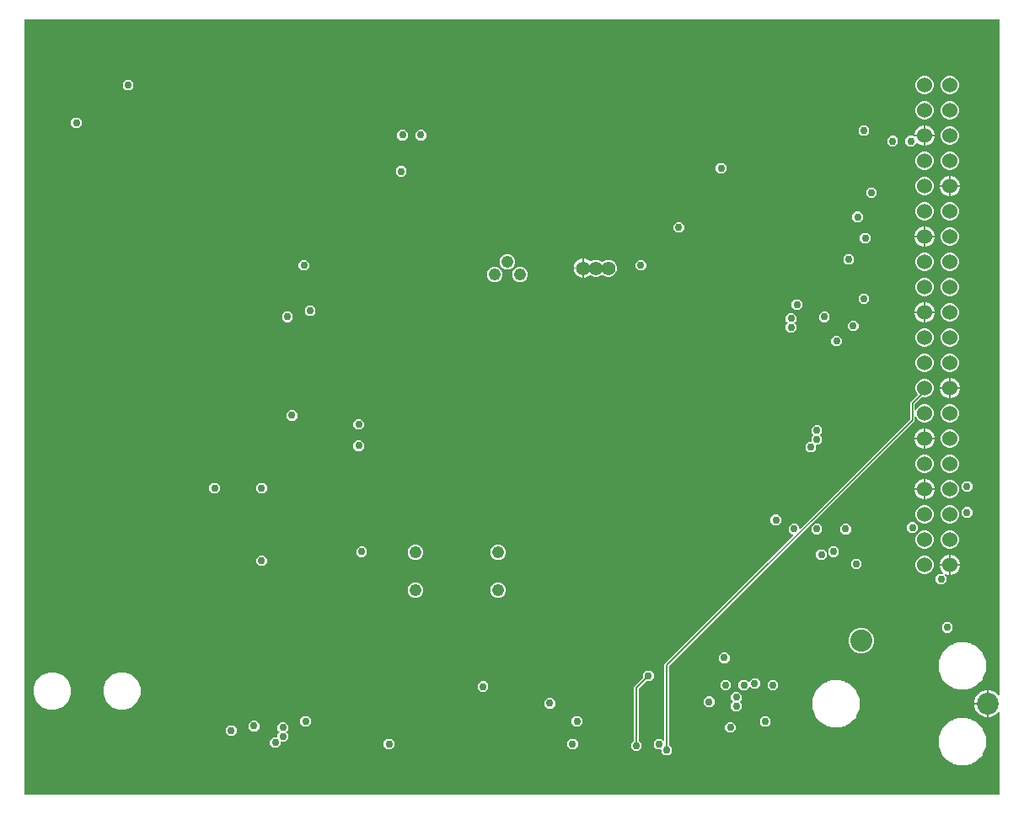
<source format=gbr>
G04 EAGLE Gerber RS-274X export*
G75*
%MOMM*%
%FSLAX34Y34*%
%LPD*%
%INCopper Layer 2*%
%IPPOS*%
%AMOC8*
5,1,8,0,0,1.08239X$1,22.5*%
G01*
G04 Define Apertures*
%ADD10C,1.238000*%
%ADD11C,2.190000*%
%ADD12C,2.220000*%
%ADD13C,1.388000*%
%ADD14C,1.529984*%
%ADD15C,0.756400*%
%ADD16C,0.152400*%
G36*
X989375Y10220D02*
X989625Y10392D01*
X989789Y10647D01*
X989840Y10922D01*
X989840Y92623D01*
X989780Y92920D01*
X989608Y93170D01*
X989353Y93333D01*
X989054Y93384D01*
X988759Y93314D01*
X988539Y93161D01*
X985542Y90164D01*
X980583Y88110D01*
X978662Y88110D01*
X978662Y115090D01*
X980583Y115090D01*
X985542Y113036D01*
X988539Y110039D01*
X988792Y109871D01*
X989090Y109815D01*
X989386Y109881D01*
X989634Y110056D01*
X989793Y110314D01*
X989840Y110577D01*
X989840Y789078D01*
X989780Y789375D01*
X989608Y789625D01*
X989353Y789789D01*
X989078Y789840D01*
X10922Y789840D01*
X10625Y789780D01*
X10375Y789608D01*
X10211Y789353D01*
X10160Y789078D01*
X10160Y10922D01*
X10220Y10625D01*
X10392Y10375D01*
X10647Y10211D01*
X10922Y10160D01*
X989078Y10160D01*
X989375Y10220D01*
G37*
%LPC*%
G36*
X937975Y714726D02*
X934603Y716123D01*
X932023Y718703D01*
X930626Y722075D01*
X930626Y725725D01*
X932023Y729097D01*
X934603Y731677D01*
X937975Y733074D01*
X941625Y733074D01*
X944997Y731677D01*
X947577Y729097D01*
X948974Y725725D01*
X948974Y722075D01*
X947577Y718703D01*
X944997Y716123D01*
X941625Y714726D01*
X937975Y714726D01*
G37*
G36*
X912575Y714726D02*
X909203Y716123D01*
X906623Y718703D01*
X905226Y722075D01*
X905226Y725725D01*
X906623Y729097D01*
X909203Y731677D01*
X912575Y733074D01*
X916225Y733074D01*
X919597Y731677D01*
X922177Y729097D01*
X923574Y725725D01*
X923574Y722075D01*
X922177Y718703D01*
X919597Y716123D01*
X916225Y714726D01*
X912575Y714726D01*
G37*
G36*
X112102Y718594D02*
X108994Y721702D01*
X108994Y726098D01*
X112102Y729206D01*
X116498Y729206D01*
X119606Y726098D01*
X119606Y721702D01*
X116498Y718594D01*
X112102Y718594D01*
G37*
G36*
X937975Y689326D02*
X934603Y690723D01*
X932023Y693303D01*
X930626Y696675D01*
X930626Y700325D01*
X932023Y703697D01*
X934603Y706277D01*
X937975Y707674D01*
X941625Y707674D01*
X944997Y706277D01*
X947577Y703697D01*
X948974Y700325D01*
X948974Y696675D01*
X947577Y693303D01*
X944997Y690723D01*
X941625Y689326D01*
X937975Y689326D01*
G37*
G36*
X912575Y689326D02*
X909203Y690723D01*
X906623Y693303D01*
X905226Y696675D01*
X905226Y700325D01*
X906623Y703697D01*
X909203Y706277D01*
X912575Y707674D01*
X916225Y707674D01*
X919597Y706277D01*
X922177Y703697D01*
X923574Y700325D01*
X923574Y696675D01*
X922177Y693303D01*
X919597Y690723D01*
X916225Y689326D01*
X912575Y689326D01*
G37*
G36*
X60286Y680494D02*
X57178Y683602D01*
X57178Y687998D01*
X60286Y691106D01*
X64682Y691106D01*
X67790Y687998D01*
X67790Y683602D01*
X64682Y680494D01*
X60286Y680494D01*
G37*
G36*
X851242Y672874D02*
X848134Y675982D01*
X848134Y680378D01*
X851242Y683486D01*
X855638Y683486D01*
X858746Y680378D01*
X858746Y675982D01*
X855638Y672874D01*
X851242Y672874D01*
G37*
G36*
X904210Y673862D02*
X904210Y675127D01*
X905761Y678872D01*
X908628Y681739D01*
X912373Y683290D01*
X913638Y683290D01*
X913638Y673862D01*
X904210Y673862D01*
G37*
G36*
X915162Y673862D02*
X915162Y683290D01*
X916427Y683290D01*
X920172Y681739D01*
X923039Y678872D01*
X924590Y675127D01*
X924590Y673862D01*
X915162Y673862D01*
G37*
G36*
X937975Y663926D02*
X934603Y665323D01*
X932023Y667903D01*
X930626Y671275D01*
X930626Y674925D01*
X932023Y678297D01*
X934603Y680877D01*
X937975Y682274D01*
X941625Y682274D01*
X944997Y680877D01*
X947577Y678297D01*
X948974Y674925D01*
X948974Y671275D01*
X947577Y667903D01*
X944997Y665323D01*
X941625Y663926D01*
X937975Y663926D01*
G37*
G36*
X406234Y668302D02*
X403126Y671410D01*
X403126Y675806D01*
X406234Y678914D01*
X410630Y678914D01*
X413738Y675806D01*
X413738Y671410D01*
X410630Y668302D01*
X406234Y668302D01*
G37*
G36*
X387946Y668302D02*
X384838Y671410D01*
X384838Y675806D01*
X387946Y678914D01*
X392342Y678914D01*
X395450Y675806D01*
X395450Y671410D01*
X392342Y668302D01*
X387946Y668302D01*
G37*
G36*
X898486Y662206D02*
X895378Y665314D01*
X895378Y669710D01*
X898486Y672818D01*
X902882Y672818D01*
X902909Y672791D01*
X903162Y672623D01*
X903460Y672567D01*
X903756Y672633D01*
X903829Y672684D01*
X903829Y672338D01*
X913638Y672338D01*
X913638Y662910D01*
X912373Y662910D01*
X908628Y664461D01*
X907291Y665798D01*
X907038Y665966D01*
X906740Y666022D01*
X906444Y665956D01*
X906196Y665781D01*
X906037Y665523D01*
X906002Y665326D01*
X902882Y662206D01*
X898486Y662206D01*
G37*
G36*
X880198Y662206D02*
X877090Y665314D01*
X877090Y669710D01*
X880198Y672818D01*
X884594Y672818D01*
X887702Y669710D01*
X887702Y665314D01*
X884594Y662206D01*
X880198Y662206D01*
G37*
G36*
X915162Y662910D02*
X915162Y672338D01*
X924590Y672338D01*
X924590Y671073D01*
X923039Y667328D01*
X920172Y664461D01*
X916427Y662910D01*
X915162Y662910D01*
G37*
G36*
X912575Y638526D02*
X909203Y639923D01*
X906623Y642503D01*
X905226Y645875D01*
X905226Y649525D01*
X906623Y652897D01*
X909203Y655477D01*
X912575Y656874D01*
X916225Y656874D01*
X919597Y655477D01*
X922177Y652897D01*
X923574Y649525D01*
X923574Y645875D01*
X922177Y642503D01*
X919597Y639923D01*
X916225Y638526D01*
X912575Y638526D01*
G37*
G36*
X937975Y638526D02*
X934603Y639923D01*
X932023Y642503D01*
X930626Y645875D01*
X930626Y649525D01*
X932023Y652897D01*
X934603Y655477D01*
X937975Y656874D01*
X941625Y656874D01*
X944997Y655477D01*
X947577Y652897D01*
X948974Y649525D01*
X948974Y645875D01*
X947577Y642503D01*
X944997Y639923D01*
X941625Y638526D01*
X937975Y638526D01*
G37*
G36*
X707986Y634774D02*
X704878Y637882D01*
X704878Y642278D01*
X707986Y645386D01*
X712382Y645386D01*
X715490Y642278D01*
X715490Y637882D01*
X712382Y634774D01*
X707986Y634774D01*
G37*
G36*
X386422Y631726D02*
X383314Y634834D01*
X383314Y639230D01*
X386422Y642338D01*
X390818Y642338D01*
X393926Y639230D01*
X393926Y634834D01*
X390818Y631726D01*
X386422Y631726D01*
G37*
G36*
X929610Y623062D02*
X929610Y624327D01*
X931161Y628072D01*
X934028Y630939D01*
X937773Y632490D01*
X939038Y632490D01*
X939038Y623062D01*
X929610Y623062D01*
G37*
G36*
X940562Y623062D02*
X940562Y632490D01*
X941827Y632490D01*
X945572Y630939D01*
X948439Y628072D01*
X949990Y624327D01*
X949990Y623062D01*
X940562Y623062D01*
G37*
G36*
X912575Y613126D02*
X909203Y614523D01*
X906623Y617103D01*
X905226Y620475D01*
X905226Y624125D01*
X906623Y627497D01*
X909203Y630077D01*
X912575Y631474D01*
X916225Y631474D01*
X919597Y630077D01*
X922177Y627497D01*
X923574Y624125D01*
X923574Y620475D01*
X922177Y617103D01*
X919597Y614523D01*
X916225Y613126D01*
X912575Y613126D01*
G37*
G36*
X940562Y612110D02*
X940562Y621538D01*
X949990Y621538D01*
X949990Y620273D01*
X948439Y616528D01*
X945572Y613661D01*
X941827Y612110D01*
X940562Y612110D01*
G37*
G36*
X937773Y612110D02*
X934028Y613661D01*
X931161Y616528D01*
X929610Y620273D01*
X929610Y621538D01*
X939038Y621538D01*
X939038Y612110D01*
X937773Y612110D01*
G37*
G36*
X858862Y610390D02*
X855754Y613498D01*
X855754Y617894D01*
X858862Y621002D01*
X863258Y621002D01*
X866366Y617894D01*
X866366Y613498D01*
X863258Y610390D01*
X858862Y610390D01*
G37*
G36*
X937975Y587726D02*
X934603Y589123D01*
X932023Y591703D01*
X930626Y595075D01*
X930626Y598725D01*
X932023Y602097D01*
X934603Y604677D01*
X937975Y606074D01*
X941625Y606074D01*
X944997Y604677D01*
X947577Y602097D01*
X948974Y598725D01*
X948974Y595075D01*
X947577Y591703D01*
X944997Y589123D01*
X941625Y587726D01*
X937975Y587726D01*
G37*
G36*
X912575Y587726D02*
X909203Y589123D01*
X906623Y591703D01*
X905226Y595075D01*
X905226Y598725D01*
X906623Y602097D01*
X909203Y604677D01*
X912575Y606074D01*
X916225Y606074D01*
X919597Y604677D01*
X922177Y602097D01*
X923574Y598725D01*
X923574Y595075D01*
X922177Y591703D01*
X919597Y589123D01*
X916225Y587726D01*
X912575Y587726D01*
G37*
G36*
X845146Y586006D02*
X842038Y589114D01*
X842038Y593510D01*
X845146Y596618D01*
X849542Y596618D01*
X852650Y593510D01*
X852650Y589114D01*
X849542Y586006D01*
X845146Y586006D01*
G37*
G36*
X665314Y575338D02*
X662206Y578446D01*
X662206Y582842D01*
X665314Y585950D01*
X669710Y585950D01*
X672818Y582842D01*
X672818Y578446D01*
X669710Y575338D01*
X665314Y575338D01*
G37*
G36*
X915162Y572262D02*
X915162Y581690D01*
X916427Y581690D01*
X920172Y580139D01*
X923039Y577272D01*
X924590Y573527D01*
X924590Y572262D01*
X915162Y572262D01*
G37*
G36*
X904210Y572262D02*
X904210Y573527D01*
X905761Y577272D01*
X908628Y580139D01*
X912373Y581690D01*
X913638Y581690D01*
X913638Y572262D01*
X904210Y572262D01*
G37*
G36*
X937975Y562326D02*
X934603Y563723D01*
X932023Y566303D01*
X930626Y569675D01*
X930626Y573325D01*
X932023Y576697D01*
X934603Y579277D01*
X937975Y580674D01*
X941625Y580674D01*
X944997Y579277D01*
X947577Y576697D01*
X948974Y573325D01*
X948974Y569675D01*
X947577Y566303D01*
X944997Y563723D01*
X941625Y562326D01*
X937975Y562326D01*
G37*
G36*
X852766Y564670D02*
X849658Y567778D01*
X849658Y572174D01*
X852766Y575282D01*
X857162Y575282D01*
X860270Y572174D01*
X860270Y567778D01*
X857162Y564670D01*
X852766Y564670D01*
G37*
G36*
X915162Y561310D02*
X915162Y570738D01*
X924590Y570738D01*
X924590Y569473D01*
X923039Y565728D01*
X920172Y562861D01*
X916427Y561310D01*
X915162Y561310D01*
G37*
G36*
X912373Y561310D02*
X908628Y562861D01*
X905761Y565728D01*
X904210Y569473D01*
X904210Y570738D01*
X913638Y570738D01*
X913638Y561310D01*
X912373Y561310D01*
G37*
G36*
X937975Y536926D02*
X934603Y538323D01*
X932023Y540903D01*
X930626Y544275D01*
X930626Y547925D01*
X932023Y551297D01*
X934603Y553877D01*
X937975Y555274D01*
X941625Y555274D01*
X944997Y553877D01*
X947577Y551297D01*
X948974Y547925D01*
X948974Y544275D01*
X947577Y540903D01*
X944997Y538323D01*
X941625Y536926D01*
X937975Y536926D01*
G37*
G36*
X912575Y536926D02*
X909203Y538323D01*
X906623Y540903D01*
X905226Y544275D01*
X905226Y547925D01*
X906623Y551297D01*
X909203Y553877D01*
X912575Y555274D01*
X916225Y555274D01*
X919597Y553877D01*
X922177Y551297D01*
X923574Y547925D01*
X923574Y544275D01*
X922177Y540903D01*
X919597Y538323D01*
X916225Y536926D01*
X912575Y536926D01*
G37*
G36*
X836002Y543334D02*
X832894Y546442D01*
X832894Y550838D01*
X836002Y553946D01*
X840398Y553946D01*
X843506Y550838D01*
X843506Y546442D01*
X840398Y543334D01*
X836002Y543334D01*
G37*
G36*
X493766Y538386D02*
X490930Y539560D01*
X488760Y541730D01*
X487586Y544566D01*
X487586Y547634D01*
X488760Y550470D01*
X490930Y552640D01*
X493766Y553814D01*
X496834Y553814D01*
X499670Y552640D01*
X501840Y550470D01*
X503014Y547634D01*
X503014Y544566D01*
X501840Y541730D01*
X499670Y539560D01*
X496834Y538386D01*
X493766Y538386D01*
G37*
G36*
X562020Y540462D02*
X562020Y541586D01*
X563463Y545070D01*
X566130Y547737D01*
X569614Y549180D01*
X570738Y549180D01*
X570738Y540462D01*
X562020Y540462D01*
G37*
G36*
X572262Y530220D02*
X572262Y549180D01*
X573386Y549180D01*
X576870Y547737D01*
X578030Y546577D01*
X578282Y546410D01*
X578581Y546354D01*
X578877Y546419D01*
X579107Y546577D01*
X579406Y546875D01*
X582516Y548164D01*
X585884Y548164D01*
X588994Y546875D01*
X590011Y545859D01*
X590264Y545691D01*
X590562Y545636D01*
X590858Y545701D01*
X591089Y545859D01*
X592106Y546875D01*
X595216Y548164D01*
X598584Y548164D01*
X601694Y546875D01*
X604075Y544494D01*
X605364Y541384D01*
X605364Y538016D01*
X604075Y534906D01*
X601694Y532525D01*
X598584Y531236D01*
X595216Y531236D01*
X592106Y532525D01*
X591089Y533541D01*
X590836Y533709D01*
X590538Y533764D01*
X590242Y533699D01*
X590011Y533541D01*
X588994Y532525D01*
X585884Y531236D01*
X582516Y531236D01*
X579406Y532525D01*
X579107Y532823D01*
X578854Y532990D01*
X578556Y533046D01*
X578260Y532981D01*
X578030Y532823D01*
X576870Y531663D01*
X573386Y530220D01*
X572262Y530220D01*
G37*
G36*
X288886Y537238D02*
X285778Y540346D01*
X285778Y544742D01*
X288886Y547850D01*
X293282Y547850D01*
X296390Y544742D01*
X296390Y540346D01*
X293282Y537238D01*
X288886Y537238D01*
G37*
G36*
X627214Y537238D02*
X624106Y540346D01*
X624106Y544742D01*
X627214Y547850D01*
X631610Y547850D01*
X634718Y544742D01*
X634718Y540346D01*
X631610Y537238D01*
X627214Y537238D01*
G37*
G36*
X481066Y525686D02*
X478230Y526860D01*
X476060Y529030D01*
X474886Y531866D01*
X474886Y534934D01*
X476060Y537770D01*
X478230Y539940D01*
X481066Y541114D01*
X484134Y541114D01*
X486970Y539940D01*
X489140Y537770D01*
X490314Y534934D01*
X490314Y531866D01*
X489140Y529030D01*
X486970Y526860D01*
X484134Y525686D01*
X481066Y525686D01*
G37*
G36*
X506466Y525686D02*
X503630Y526860D01*
X501460Y529030D01*
X500286Y531866D01*
X500286Y534934D01*
X501460Y537770D01*
X503630Y539940D01*
X506466Y541114D01*
X509534Y541114D01*
X512370Y539940D01*
X514540Y537770D01*
X515714Y534934D01*
X515714Y531866D01*
X514540Y529030D01*
X512370Y526860D01*
X509534Y525686D01*
X506466Y525686D01*
G37*
G36*
X569614Y530220D02*
X566130Y531663D01*
X563463Y534330D01*
X562020Y537814D01*
X562020Y538938D01*
X570738Y538938D01*
X570738Y530220D01*
X569614Y530220D01*
G37*
G36*
X937975Y511526D02*
X934603Y512923D01*
X932023Y515503D01*
X930626Y518875D01*
X930626Y522525D01*
X932023Y525897D01*
X934603Y528477D01*
X937975Y529874D01*
X941625Y529874D01*
X944997Y528477D01*
X947577Y525897D01*
X948974Y522525D01*
X948974Y518875D01*
X947577Y515503D01*
X944997Y512923D01*
X941625Y511526D01*
X937975Y511526D01*
G37*
G36*
X912575Y511526D02*
X909203Y512923D01*
X906623Y515503D01*
X905226Y518875D01*
X905226Y522525D01*
X906623Y525897D01*
X909203Y528477D01*
X912575Y529874D01*
X916225Y529874D01*
X919597Y528477D01*
X922177Y525897D01*
X923574Y522525D01*
X923574Y518875D01*
X922177Y515503D01*
X919597Y512923D01*
X916225Y511526D01*
X912575Y511526D01*
G37*
G36*
X851242Y503710D02*
X848134Y506818D01*
X848134Y511214D01*
X851242Y514322D01*
X855638Y514322D01*
X858746Y511214D01*
X858746Y506818D01*
X855638Y503710D01*
X851242Y503710D01*
G37*
G36*
X784186Y497614D02*
X781078Y500722D01*
X781078Y505118D01*
X784186Y508226D01*
X788582Y508226D01*
X791690Y505118D01*
X791690Y500722D01*
X788582Y497614D01*
X784186Y497614D01*
G37*
G36*
X904210Y496062D02*
X904210Y497327D01*
X905761Y501072D01*
X908628Y503939D01*
X912373Y505490D01*
X913638Y505490D01*
X913638Y496062D01*
X904210Y496062D01*
G37*
G36*
X915162Y496062D02*
X915162Y505490D01*
X916427Y505490D01*
X920172Y503939D01*
X923039Y501072D01*
X924590Y497327D01*
X924590Y496062D01*
X915162Y496062D01*
G37*
G36*
X937975Y486126D02*
X934603Y487523D01*
X932023Y490103D01*
X930626Y493475D01*
X930626Y497125D01*
X932023Y500497D01*
X934603Y503077D01*
X937975Y504474D01*
X941625Y504474D01*
X944997Y503077D01*
X947577Y500497D01*
X948974Y497125D01*
X948974Y493475D01*
X947577Y490103D01*
X944997Y487523D01*
X941625Y486126D01*
X937975Y486126D01*
G37*
G36*
X294982Y491518D02*
X291874Y494626D01*
X291874Y499022D01*
X294982Y502130D01*
X299378Y502130D01*
X302486Y499022D01*
X302486Y494626D01*
X299378Y491518D01*
X294982Y491518D01*
G37*
G36*
X811618Y485422D02*
X808510Y488530D01*
X808510Y492926D01*
X811618Y496034D01*
X816014Y496034D01*
X819122Y492926D01*
X819122Y488530D01*
X816014Y485422D01*
X811618Y485422D01*
G37*
G36*
X272122Y485422D02*
X269014Y488530D01*
X269014Y492926D01*
X272122Y496034D01*
X276518Y496034D01*
X279626Y492926D01*
X279626Y488530D01*
X276518Y485422D01*
X272122Y485422D01*
G37*
G36*
X915162Y485110D02*
X915162Y494538D01*
X924590Y494538D01*
X924590Y493273D01*
X923039Y489528D01*
X920172Y486661D01*
X916427Y485110D01*
X915162Y485110D01*
G37*
G36*
X912373Y485110D02*
X908628Y486661D01*
X905761Y489528D01*
X904210Y493273D01*
X904210Y494538D01*
X913638Y494538D01*
X913638Y485110D01*
X912373Y485110D01*
G37*
G36*
X778090Y474754D02*
X774982Y477862D01*
X774982Y482258D01*
X776817Y484093D01*
X776985Y484346D01*
X777040Y484644D01*
X776975Y484940D01*
X776817Y485171D01*
X774982Y487006D01*
X774982Y491402D01*
X778090Y494510D01*
X782486Y494510D01*
X785594Y491402D01*
X785594Y487006D01*
X783759Y485171D01*
X783591Y484918D01*
X783536Y484620D01*
X783601Y484324D01*
X783759Y484093D01*
X785594Y482258D01*
X785594Y477862D01*
X782486Y474754D01*
X778090Y474754D01*
G37*
G36*
X840574Y476278D02*
X837466Y479386D01*
X837466Y483782D01*
X840574Y486890D01*
X844970Y486890D01*
X848078Y483782D01*
X848078Y479386D01*
X844970Y476278D01*
X840574Y476278D01*
G37*
G36*
X937975Y460726D02*
X934603Y462123D01*
X932023Y464703D01*
X930626Y468075D01*
X930626Y471725D01*
X932023Y475097D01*
X934603Y477677D01*
X937975Y479074D01*
X941625Y479074D01*
X944997Y477677D01*
X947577Y475097D01*
X948974Y471725D01*
X948974Y468075D01*
X947577Y464703D01*
X944997Y462123D01*
X941625Y460726D01*
X937975Y460726D01*
G37*
G36*
X912575Y460726D02*
X909203Y462123D01*
X906623Y464703D01*
X905226Y468075D01*
X905226Y471725D01*
X906623Y475097D01*
X909203Y477677D01*
X912575Y479074D01*
X916225Y479074D01*
X919597Y477677D01*
X922177Y475097D01*
X923574Y471725D01*
X923574Y468075D01*
X922177Y464703D01*
X919597Y462123D01*
X916225Y460726D01*
X912575Y460726D01*
G37*
G36*
X823810Y461038D02*
X820702Y464146D01*
X820702Y468542D01*
X823810Y471650D01*
X828206Y471650D01*
X831314Y468542D01*
X831314Y464146D01*
X828206Y461038D01*
X823810Y461038D01*
G37*
G36*
X937975Y435326D02*
X934603Y436723D01*
X932023Y439303D01*
X930626Y442675D01*
X930626Y446325D01*
X932023Y449697D01*
X934603Y452277D01*
X937975Y453674D01*
X941625Y453674D01*
X944997Y452277D01*
X947577Y449697D01*
X948974Y446325D01*
X948974Y442675D01*
X947577Y439303D01*
X944997Y436723D01*
X941625Y435326D01*
X937975Y435326D01*
G37*
G36*
X912575Y435326D02*
X909203Y436723D01*
X906623Y439303D01*
X905226Y442675D01*
X905226Y446325D01*
X906623Y449697D01*
X909203Y452277D01*
X912575Y453674D01*
X916225Y453674D01*
X919597Y452277D01*
X922177Y449697D01*
X923574Y446325D01*
X923574Y442675D01*
X922177Y439303D01*
X919597Y436723D01*
X916225Y435326D01*
X912575Y435326D01*
G37*
G36*
X940562Y419862D02*
X940562Y429290D01*
X941827Y429290D01*
X945572Y427739D01*
X948439Y424872D01*
X949990Y421127D01*
X949990Y419862D01*
X940562Y419862D01*
G37*
G36*
X929610Y419862D02*
X929610Y421127D01*
X931161Y424872D01*
X934028Y427739D01*
X937773Y429290D01*
X939038Y429290D01*
X939038Y419862D01*
X929610Y419862D01*
G37*
G36*
X653122Y49558D02*
X650014Y52666D01*
X650014Y54892D01*
X649954Y55189D01*
X649782Y55439D01*
X649527Y55603D01*
X649252Y55654D01*
X645502Y55654D01*
X642394Y58762D01*
X642394Y63158D01*
X645502Y66266D01*
X649898Y66266D01*
X651733Y64431D01*
X651986Y64263D01*
X652284Y64208D01*
X652580Y64273D01*
X652828Y64448D01*
X652987Y64706D01*
X653034Y64969D01*
X653034Y141155D01*
X782640Y270761D01*
X782808Y271014D01*
X782863Y271312D01*
X782798Y271608D01*
X782623Y271856D01*
X782365Y272015D01*
X782101Y272062D01*
X781138Y272062D01*
X778030Y275170D01*
X778030Y279566D01*
X781138Y282674D01*
X785534Y282674D01*
X788642Y279566D01*
X788642Y278603D01*
X788702Y278305D01*
X788874Y278055D01*
X789129Y277892D01*
X789428Y277841D01*
X789723Y277911D01*
X789943Y278064D01*
X899699Y387820D01*
X899866Y388073D01*
X899922Y388359D01*
X899922Y404807D01*
X907282Y412167D01*
X907449Y412420D01*
X907505Y412718D01*
X907440Y413014D01*
X907282Y413244D01*
X906623Y413903D01*
X905226Y417275D01*
X905226Y420925D01*
X906623Y424297D01*
X909203Y426877D01*
X912575Y428274D01*
X916225Y428274D01*
X919597Y426877D01*
X922177Y424297D01*
X923574Y420925D01*
X923574Y417275D01*
X922177Y413903D01*
X919597Y411323D01*
X916225Y409926D01*
X912575Y409926D01*
X912290Y410044D01*
X911993Y410102D01*
X911696Y410039D01*
X911460Y409879D01*
X904717Y403136D01*
X904550Y402883D01*
X904494Y402597D01*
X904494Y397588D01*
X904554Y397291D01*
X904726Y397041D01*
X904981Y396878D01*
X905280Y396827D01*
X905575Y396896D01*
X905820Y397076D01*
X905960Y397297D01*
X906623Y398897D01*
X909203Y401477D01*
X912575Y402874D01*
X916225Y402874D01*
X919597Y401477D01*
X922177Y398897D01*
X923574Y395525D01*
X923574Y391875D01*
X922177Y388503D01*
X919597Y385923D01*
X916225Y384526D01*
X912575Y384526D01*
X909203Y385923D01*
X906623Y388503D01*
X905960Y390103D01*
X905791Y390355D01*
X905536Y390520D01*
X905238Y390574D01*
X904942Y390506D01*
X904696Y390329D01*
X904539Y390069D01*
X904494Y389812D01*
X904494Y386149D01*
X657829Y139484D01*
X657662Y139231D01*
X657606Y138945D01*
X657606Y60397D01*
X657666Y60100D01*
X657829Y59859D01*
X660626Y57062D01*
X660626Y52666D01*
X657518Y49558D01*
X653122Y49558D01*
G37*
G36*
X940562Y408910D02*
X940562Y418338D01*
X949990Y418338D01*
X949990Y417073D01*
X948439Y413328D01*
X945572Y410461D01*
X941827Y408910D01*
X940562Y408910D01*
G37*
G36*
X937773Y408910D02*
X934028Y410461D01*
X931161Y413328D01*
X929610Y417073D01*
X929610Y418338D01*
X939038Y418338D01*
X939038Y408910D01*
X937773Y408910D01*
G37*
G36*
X937975Y384526D02*
X934603Y385923D01*
X932023Y388503D01*
X930626Y391875D01*
X930626Y395525D01*
X932023Y398897D01*
X934603Y401477D01*
X937975Y402874D01*
X941625Y402874D01*
X944997Y401477D01*
X947577Y398897D01*
X948974Y395525D01*
X948974Y391875D01*
X947577Y388503D01*
X944997Y385923D01*
X941625Y384526D01*
X937975Y384526D01*
G37*
G36*
X276694Y386362D02*
X273586Y389470D01*
X273586Y393866D01*
X276694Y396974D01*
X281090Y396974D01*
X284198Y393866D01*
X284198Y389470D01*
X281090Y386362D01*
X276694Y386362D01*
G37*
G36*
X343750Y377218D02*
X340642Y380326D01*
X340642Y384722D01*
X343750Y387830D01*
X348146Y387830D01*
X351254Y384722D01*
X351254Y380326D01*
X348146Y377218D01*
X343750Y377218D01*
G37*
G36*
X797902Y354358D02*
X794794Y357466D01*
X794794Y361862D01*
X797902Y364970D01*
X800128Y364970D01*
X800425Y365030D01*
X800675Y365202D01*
X800839Y365457D01*
X800890Y365732D01*
X800890Y369482D01*
X802725Y371317D01*
X802893Y371570D01*
X802948Y371868D01*
X802883Y372164D01*
X802725Y372395D01*
X800890Y374230D01*
X800890Y378626D01*
X803998Y381734D01*
X808394Y381734D01*
X811502Y378626D01*
X811502Y374230D01*
X809667Y372395D01*
X809499Y372142D01*
X809444Y371844D01*
X809509Y371548D01*
X809667Y371317D01*
X811502Y369482D01*
X811502Y365086D01*
X808394Y361978D01*
X806168Y361978D01*
X805871Y361918D01*
X805621Y361746D01*
X805457Y361491D01*
X805406Y361216D01*
X805406Y357466D01*
X802298Y354358D01*
X797902Y354358D01*
G37*
G36*
X904210Y369062D02*
X904210Y370327D01*
X905761Y374072D01*
X908628Y376939D01*
X912373Y378490D01*
X913638Y378490D01*
X913638Y369062D01*
X904210Y369062D01*
G37*
G36*
X915162Y369062D02*
X915162Y378490D01*
X916427Y378490D01*
X920172Y376939D01*
X923039Y374072D01*
X924590Y370327D01*
X924590Y369062D01*
X915162Y369062D01*
G37*
G36*
X937975Y359126D02*
X934603Y360523D01*
X932023Y363103D01*
X930626Y366475D01*
X930626Y370125D01*
X932023Y373497D01*
X934603Y376077D01*
X937975Y377474D01*
X941625Y377474D01*
X944997Y376077D01*
X947577Y373497D01*
X948974Y370125D01*
X948974Y366475D01*
X947577Y363103D01*
X944997Y360523D01*
X941625Y359126D01*
X937975Y359126D01*
G37*
G36*
X915162Y358110D02*
X915162Y367538D01*
X924590Y367538D01*
X924590Y366273D01*
X923039Y362528D01*
X920172Y359661D01*
X916427Y358110D01*
X915162Y358110D01*
G37*
G36*
X912373Y358110D02*
X908628Y359661D01*
X905761Y362528D01*
X904210Y366273D01*
X904210Y367538D01*
X913638Y367538D01*
X913638Y358110D01*
X912373Y358110D01*
G37*
G36*
X343750Y355882D02*
X340642Y358990D01*
X340642Y363386D01*
X343750Y366494D01*
X348146Y366494D01*
X351254Y363386D01*
X351254Y358990D01*
X348146Y355882D01*
X343750Y355882D01*
G37*
G36*
X937975Y333726D02*
X934603Y335123D01*
X932023Y337703D01*
X930626Y341075D01*
X930626Y344725D01*
X932023Y348097D01*
X934603Y350677D01*
X937975Y352074D01*
X941625Y352074D01*
X944997Y350677D01*
X947577Y348097D01*
X948974Y344725D01*
X948974Y341075D01*
X947577Y337703D01*
X944997Y335123D01*
X941625Y333726D01*
X937975Y333726D01*
G37*
G36*
X912575Y333726D02*
X909203Y335123D01*
X906623Y337703D01*
X905226Y341075D01*
X905226Y344725D01*
X906623Y348097D01*
X909203Y350677D01*
X912575Y352074D01*
X916225Y352074D01*
X919597Y350677D01*
X922177Y348097D01*
X923574Y344725D01*
X923574Y341075D01*
X922177Y337703D01*
X919597Y335123D01*
X916225Y333726D01*
X912575Y333726D01*
G37*
G36*
X904210Y318262D02*
X904210Y319527D01*
X905761Y323272D01*
X908628Y326139D01*
X912373Y327690D01*
X913638Y327690D01*
X913638Y318262D01*
X904210Y318262D01*
G37*
G36*
X915162Y318262D02*
X915162Y327690D01*
X916427Y327690D01*
X920172Y326139D01*
X923039Y323272D01*
X924590Y319527D01*
X924590Y318262D01*
X915162Y318262D01*
G37*
G36*
X937975Y308326D02*
X934603Y309723D01*
X932023Y312303D01*
X930626Y315675D01*
X930626Y319325D01*
X932023Y322697D01*
X934603Y325277D01*
X937975Y326674D01*
X941625Y326674D01*
X944997Y325277D01*
X947577Y322697D01*
X948974Y319325D01*
X948974Y315675D01*
X947577Y312303D01*
X944997Y309723D01*
X941625Y308326D01*
X937975Y308326D01*
G37*
G36*
X954874Y314734D02*
X951766Y317842D01*
X951766Y322238D01*
X954874Y325346D01*
X959270Y325346D01*
X962378Y322238D01*
X962378Y317842D01*
X959270Y314734D01*
X954874Y314734D01*
G37*
G36*
X246214Y313210D02*
X243106Y316318D01*
X243106Y320714D01*
X246214Y323822D01*
X250610Y323822D01*
X253718Y320714D01*
X253718Y316318D01*
X250610Y313210D01*
X246214Y313210D01*
G37*
G36*
X198970Y313210D02*
X195862Y316318D01*
X195862Y320714D01*
X198970Y323822D01*
X203366Y323822D01*
X206474Y320714D01*
X206474Y316318D01*
X203366Y313210D01*
X198970Y313210D01*
G37*
G36*
X915162Y307310D02*
X915162Y316738D01*
X924590Y316738D01*
X924590Y315473D01*
X923039Y311728D01*
X920172Y308861D01*
X916427Y307310D01*
X915162Y307310D01*
G37*
G36*
X912373Y307310D02*
X908628Y308861D01*
X905761Y311728D01*
X904210Y315473D01*
X904210Y316738D01*
X913638Y316738D01*
X913638Y307310D01*
X912373Y307310D01*
G37*
G36*
X912575Y282926D02*
X909203Y284323D01*
X906623Y286903D01*
X905226Y290275D01*
X905226Y293925D01*
X906623Y297297D01*
X909203Y299877D01*
X912575Y301274D01*
X916225Y301274D01*
X919597Y299877D01*
X922177Y297297D01*
X923574Y293925D01*
X923574Y290275D01*
X922177Y286903D01*
X919597Y284323D01*
X916225Y282926D01*
X912575Y282926D01*
G37*
G36*
X937975Y282926D02*
X934603Y284323D01*
X932023Y286903D01*
X930626Y290275D01*
X930626Y293925D01*
X932023Y297297D01*
X934603Y299877D01*
X937975Y301274D01*
X941625Y301274D01*
X944997Y299877D01*
X947577Y297297D01*
X948974Y293925D01*
X948974Y290275D01*
X947577Y286903D01*
X944997Y284323D01*
X941625Y282926D01*
X937975Y282926D01*
G37*
G36*
X954874Y288826D02*
X951766Y291934D01*
X951766Y296330D01*
X954874Y299438D01*
X959270Y299438D01*
X962378Y296330D01*
X962378Y291934D01*
X959270Y288826D01*
X954874Y288826D01*
G37*
G36*
X762850Y281206D02*
X759742Y284314D01*
X759742Y288710D01*
X762850Y291818D01*
X767246Y291818D01*
X770354Y288710D01*
X770354Y284314D01*
X767246Y281206D01*
X762850Y281206D01*
G37*
G36*
X900010Y273586D02*
X896902Y276694D01*
X896902Y281090D01*
X900010Y284198D01*
X904406Y284198D01*
X907514Y281090D01*
X907514Y276694D01*
X904406Y273586D01*
X900010Y273586D01*
G37*
G36*
X803998Y272062D02*
X800890Y275170D01*
X800890Y279566D01*
X803998Y282674D01*
X808394Y282674D01*
X811502Y279566D01*
X811502Y275170D01*
X808394Y272062D01*
X803998Y272062D01*
G37*
G36*
X832954Y272062D02*
X829846Y275170D01*
X829846Y279566D01*
X832954Y282674D01*
X837350Y282674D01*
X840458Y279566D01*
X840458Y275170D01*
X837350Y272062D01*
X832954Y272062D01*
G37*
G36*
X937975Y257526D02*
X934603Y258923D01*
X932023Y261503D01*
X930626Y264875D01*
X930626Y268525D01*
X932023Y271897D01*
X934603Y274477D01*
X937975Y275874D01*
X941625Y275874D01*
X944997Y274477D01*
X947577Y271897D01*
X948974Y268525D01*
X948974Y264875D01*
X947577Y261503D01*
X944997Y258923D01*
X941625Y257526D01*
X937975Y257526D01*
G37*
G36*
X912575Y257526D02*
X909203Y258923D01*
X906623Y261503D01*
X905226Y264875D01*
X905226Y268525D01*
X906623Y271897D01*
X909203Y274477D01*
X912575Y275874D01*
X916225Y275874D01*
X919597Y274477D01*
X922177Y271897D01*
X923574Y268525D01*
X923574Y264875D01*
X922177Y261503D01*
X919597Y258923D01*
X916225Y257526D01*
X912575Y257526D01*
G37*
G36*
X484426Y246286D02*
X481590Y247460D01*
X479420Y249630D01*
X478246Y252466D01*
X478246Y255534D01*
X479420Y258370D01*
X481590Y260540D01*
X484426Y261714D01*
X487494Y261714D01*
X490330Y260540D01*
X492500Y258370D01*
X493674Y255534D01*
X493674Y252466D01*
X492500Y249630D01*
X490330Y247460D01*
X487494Y246286D01*
X484426Y246286D01*
G37*
G36*
X401506Y246286D02*
X398670Y247460D01*
X396500Y249630D01*
X395326Y252466D01*
X395326Y255534D01*
X396500Y258370D01*
X398670Y260540D01*
X401506Y261714D01*
X404574Y261714D01*
X407410Y260540D01*
X409580Y258370D01*
X410754Y255534D01*
X410754Y252466D01*
X409580Y249630D01*
X407410Y247460D01*
X404574Y246286D01*
X401506Y246286D01*
G37*
G36*
X820762Y249202D02*
X817654Y252310D01*
X817654Y256706D01*
X820762Y259814D01*
X825158Y259814D01*
X828266Y256706D01*
X828266Y252310D01*
X825158Y249202D01*
X820762Y249202D01*
G37*
G36*
X346798Y249202D02*
X343690Y252310D01*
X343690Y256706D01*
X346798Y259814D01*
X351194Y259814D01*
X354302Y256706D01*
X354302Y252310D01*
X351194Y249202D01*
X346798Y249202D01*
G37*
G36*
X808570Y246154D02*
X805462Y249262D01*
X805462Y253658D01*
X808570Y256766D01*
X812966Y256766D01*
X816074Y253658D01*
X816074Y249262D01*
X812966Y246154D01*
X808570Y246154D01*
G37*
G36*
X940562Y242062D02*
X940562Y251490D01*
X941827Y251490D01*
X945572Y249939D01*
X948439Y247072D01*
X949990Y243327D01*
X949990Y242062D01*
X940562Y242062D01*
G37*
G36*
X929610Y242062D02*
X929610Y243327D01*
X931161Y247072D01*
X934028Y249939D01*
X937773Y251490D01*
X939038Y251490D01*
X939038Y242062D01*
X929610Y242062D01*
G37*
G36*
X246214Y240058D02*
X243106Y243166D01*
X243106Y247562D01*
X246214Y250670D01*
X250610Y250670D01*
X253718Y247562D01*
X253718Y243166D01*
X250610Y240058D01*
X246214Y240058D01*
G37*
G36*
X912575Y232126D02*
X909203Y233523D01*
X906623Y236103D01*
X905226Y239475D01*
X905226Y243125D01*
X906623Y246497D01*
X909203Y249077D01*
X912575Y250474D01*
X916225Y250474D01*
X919597Y249077D01*
X922177Y246497D01*
X923574Y243125D01*
X923574Y239475D01*
X922177Y236103D01*
X919597Y233523D01*
X916225Y232126D01*
X912575Y232126D01*
G37*
G36*
X843622Y237010D02*
X840514Y240118D01*
X840514Y244514D01*
X843622Y247622D01*
X848018Y247622D01*
X851126Y244514D01*
X851126Y240118D01*
X848018Y237010D01*
X843622Y237010D01*
G37*
G36*
X940562Y231110D02*
X940562Y240538D01*
X949990Y240538D01*
X949990Y239273D01*
X948439Y235528D01*
X945572Y232661D01*
X941827Y231110D01*
X940562Y231110D01*
G37*
G36*
X928966Y221770D02*
X925858Y224878D01*
X925858Y229274D01*
X928966Y232382D01*
X932468Y232382D01*
X932765Y232442D01*
X933015Y232614D01*
X933178Y232869D01*
X933229Y233168D01*
X933159Y233463D01*
X933006Y233683D01*
X931161Y235528D01*
X929610Y239273D01*
X929610Y240538D01*
X939038Y240538D01*
X939038Y231110D01*
X937773Y231110D01*
X935953Y231864D01*
X935655Y231922D01*
X935359Y231859D01*
X935110Y231686D01*
X934949Y231429D01*
X934900Y231130D01*
X934972Y230835D01*
X935123Y230621D01*
X936470Y229274D01*
X936470Y224878D01*
X933362Y221770D01*
X928966Y221770D01*
G37*
G36*
X401506Y208186D02*
X398670Y209360D01*
X396500Y211530D01*
X395326Y214366D01*
X395326Y217434D01*
X396500Y220270D01*
X398670Y222440D01*
X401506Y223614D01*
X404574Y223614D01*
X407410Y222440D01*
X409580Y220270D01*
X410754Y217434D01*
X410754Y214366D01*
X409580Y211530D01*
X407410Y209360D01*
X404574Y208186D01*
X401506Y208186D01*
G37*
G36*
X484426Y208186D02*
X481590Y209360D01*
X479420Y211530D01*
X478246Y214366D01*
X478246Y217434D01*
X479420Y220270D01*
X481590Y222440D01*
X484426Y223614D01*
X487494Y223614D01*
X490330Y222440D01*
X492500Y220270D01*
X493674Y217434D01*
X493674Y214366D01*
X492500Y211530D01*
X490330Y209360D01*
X487494Y208186D01*
X484426Y208186D01*
G37*
G36*
X935062Y173002D02*
X931954Y176110D01*
X931954Y180506D01*
X935062Y183614D01*
X939458Y183614D01*
X942566Y180506D01*
X942566Y176110D01*
X939458Y173002D01*
X935062Y173002D01*
G37*
G36*
X848389Y152476D02*
X843749Y154398D01*
X840198Y157949D01*
X838276Y162589D01*
X838276Y167611D01*
X840198Y172251D01*
X843749Y175802D01*
X848389Y177724D01*
X853411Y177724D01*
X858051Y175802D01*
X861602Y172251D01*
X863524Y167611D01*
X863524Y162589D01*
X861602Y157949D01*
X858051Y154398D01*
X853411Y152476D01*
X848389Y152476D01*
G37*
G36*
X950500Y116078D02*
X950368Y116090D01*
X947804Y116090D01*
X945931Y116866D01*
X945772Y116912D01*
X944300Y117172D01*
X942078Y118454D01*
X941989Y118499D01*
X939126Y119684D01*
X938074Y120736D01*
X937916Y120857D01*
X937090Y121335D01*
X935098Y123709D01*
X935053Y123758D01*
X932484Y126326D01*
X932123Y127199D01*
X932002Y127397D01*
X931738Y127713D01*
X930496Y131125D01*
X930484Y131156D01*
X928890Y135004D01*
X928890Y144396D01*
X930484Y148244D01*
X930496Y148275D01*
X931738Y151687D01*
X932002Y152003D01*
X932123Y152201D01*
X932484Y153074D01*
X935053Y155642D01*
X935098Y155691D01*
X937090Y158065D01*
X937916Y158543D01*
X938074Y158664D01*
X939126Y159716D01*
X941989Y160901D01*
X942078Y160946D01*
X944300Y162228D01*
X945772Y162488D01*
X945931Y162534D01*
X947804Y163310D01*
X950368Y163310D01*
X950500Y163322D01*
X952500Y163674D01*
X954500Y163322D01*
X954632Y163310D01*
X957196Y163310D01*
X959069Y162534D01*
X959228Y162488D01*
X960700Y162228D01*
X962922Y160946D01*
X963011Y160901D01*
X965874Y159716D01*
X966926Y158664D01*
X967084Y158543D01*
X967910Y158065D01*
X969902Y155691D01*
X969947Y155642D01*
X972516Y153074D01*
X972877Y152201D01*
X972998Y152003D01*
X973262Y151687D01*
X974504Y148275D01*
X974516Y148244D01*
X976110Y144396D01*
X976110Y135004D01*
X974516Y131156D01*
X974504Y131125D01*
X973262Y127713D01*
X972998Y127397D01*
X972877Y127199D01*
X972516Y126326D01*
X969947Y123758D01*
X969902Y123709D01*
X967910Y121335D01*
X967084Y120857D01*
X966926Y120736D01*
X965874Y119684D01*
X963011Y118499D01*
X962922Y118454D01*
X960700Y117172D01*
X959228Y116912D01*
X959069Y116866D01*
X957196Y116090D01*
X954632Y116090D01*
X954500Y116078D01*
X952500Y115726D01*
X950500Y116078D01*
G37*
G36*
X711034Y142522D02*
X707926Y145630D01*
X707926Y150026D01*
X711034Y153134D01*
X715430Y153134D01*
X718538Y150026D01*
X718538Y145630D01*
X715430Y142522D01*
X711034Y142522D01*
G37*
G36*
X622642Y54130D02*
X619534Y57238D01*
X619534Y61634D01*
X622331Y64431D01*
X622498Y64683D01*
X622554Y64969D01*
X622554Y118295D01*
X631503Y127244D01*
X631670Y127497D01*
X631726Y127783D01*
X631726Y131738D01*
X634834Y134846D01*
X639230Y134846D01*
X642338Y131738D01*
X642338Y127342D01*
X639230Y124234D01*
X635275Y124234D01*
X634977Y124174D01*
X634736Y124011D01*
X627349Y116624D01*
X627182Y116371D01*
X627126Y116085D01*
X627126Y64969D01*
X627186Y64672D01*
X627349Y64431D01*
X630146Y61634D01*
X630146Y57238D01*
X627038Y54130D01*
X622642Y54130D01*
G37*
G36*
X104388Y95640D02*
X97530Y98481D01*
X92281Y103730D01*
X89440Y110588D01*
X89440Y118012D01*
X92281Y124870D01*
X97530Y130119D01*
X104388Y132960D01*
X111812Y132960D01*
X118670Y130119D01*
X123919Y124870D01*
X126760Y118012D01*
X126760Y110588D01*
X123919Y103730D01*
X118670Y98481D01*
X111812Y95640D01*
X104388Y95640D01*
G37*
G36*
X34388Y95640D02*
X27530Y98481D01*
X22281Y103730D01*
X19440Y110588D01*
X19440Y118012D01*
X22281Y124870D01*
X27530Y130119D01*
X34388Y132960D01*
X41812Y132960D01*
X48670Y130119D01*
X53919Y124870D01*
X56760Y118012D01*
X56760Y110588D01*
X53919Y103730D01*
X48670Y98481D01*
X41812Y95640D01*
X34388Y95640D01*
G37*
G36*
X730846Y115090D02*
X727738Y118198D01*
X727738Y122594D01*
X730846Y125702D01*
X735242Y125702D01*
X737105Y123839D01*
X737358Y123671D01*
X737656Y123616D01*
X737952Y123681D01*
X738200Y123856D01*
X738289Y124001D01*
X741514Y127226D01*
X745910Y127226D01*
X749018Y124118D01*
X749018Y119722D01*
X745910Y116614D01*
X741514Y116614D01*
X739651Y118477D01*
X739398Y118645D01*
X739100Y118700D01*
X738804Y118635D01*
X738556Y118460D01*
X738467Y118315D01*
X735242Y115090D01*
X730846Y115090D01*
G37*
G36*
X712558Y115090D02*
X709450Y118198D01*
X709450Y122594D01*
X712558Y125702D01*
X716954Y125702D01*
X720062Y122594D01*
X720062Y118198D01*
X716954Y115090D01*
X712558Y115090D01*
G37*
G36*
X759802Y115090D02*
X756694Y118198D01*
X756694Y122594D01*
X759802Y125702D01*
X764198Y125702D01*
X767306Y122594D01*
X767306Y118198D01*
X764198Y115090D01*
X759802Y115090D01*
G37*
G36*
X823500Y77978D02*
X823368Y77990D01*
X820804Y77990D01*
X818931Y78766D01*
X818772Y78812D01*
X817300Y79072D01*
X815078Y80354D01*
X814989Y80399D01*
X812126Y81584D01*
X811074Y82636D01*
X810916Y82757D01*
X810090Y83235D01*
X808098Y85609D01*
X808053Y85658D01*
X805484Y88226D01*
X805123Y89099D01*
X805002Y89297D01*
X804738Y89613D01*
X803496Y93025D01*
X803484Y93056D01*
X801890Y96904D01*
X801890Y106296D01*
X803484Y110144D01*
X803496Y110175D01*
X804738Y113587D01*
X805002Y113903D01*
X805123Y114101D01*
X805484Y114974D01*
X808053Y117542D01*
X808098Y117591D01*
X810090Y119965D01*
X810916Y120443D01*
X811074Y120564D01*
X812126Y121616D01*
X814989Y122801D01*
X815078Y122846D01*
X817300Y124128D01*
X818772Y124388D01*
X818931Y124434D01*
X820804Y125210D01*
X823368Y125210D01*
X823500Y125222D01*
X825500Y125574D01*
X827500Y125222D01*
X827632Y125210D01*
X830196Y125210D01*
X832069Y124434D01*
X832228Y124388D01*
X833700Y124128D01*
X835922Y122846D01*
X836011Y122801D01*
X838874Y121616D01*
X839926Y120564D01*
X840084Y120443D01*
X840910Y119965D01*
X842902Y117591D01*
X842947Y117542D01*
X845516Y114974D01*
X845877Y114101D01*
X845998Y113903D01*
X846262Y113587D01*
X847504Y110175D01*
X847516Y110144D01*
X849110Y106296D01*
X849110Y96904D01*
X847516Y93056D01*
X847504Y93025D01*
X846262Y89613D01*
X845998Y89297D01*
X845877Y89099D01*
X845516Y88226D01*
X842947Y85658D01*
X842902Y85609D01*
X840910Y83235D01*
X840084Y82757D01*
X839926Y82636D01*
X838874Y81584D01*
X836011Y80399D01*
X835922Y80354D01*
X833700Y79072D01*
X832228Y78812D01*
X832069Y78766D01*
X830196Y77990D01*
X827632Y77990D01*
X827500Y77978D01*
X825500Y77626D01*
X823500Y77978D01*
G37*
G36*
X468718Y113566D02*
X465610Y116674D01*
X465610Y121070D01*
X468718Y124178D01*
X473114Y124178D01*
X476222Y121070D01*
X476222Y116674D01*
X473114Y113566D01*
X468718Y113566D01*
G37*
G36*
X964410Y102362D02*
X964410Y104283D01*
X966464Y109242D01*
X970259Y113036D01*
X975217Y115090D01*
X977138Y115090D01*
X977138Y102362D01*
X964410Y102362D01*
G37*
G36*
X723226Y93754D02*
X720118Y96862D01*
X720118Y101258D01*
X721953Y103093D01*
X722121Y103346D01*
X722176Y103644D01*
X722111Y103940D01*
X721953Y104171D01*
X720118Y106006D01*
X720118Y110402D01*
X723226Y113510D01*
X727622Y113510D01*
X730730Y110402D01*
X730730Y106006D01*
X728895Y104171D01*
X728727Y103918D01*
X728672Y103620D01*
X728737Y103324D01*
X728895Y103093D01*
X730730Y101258D01*
X730730Y96862D01*
X727622Y93754D01*
X723226Y93754D01*
G37*
G36*
X695794Y98326D02*
X692686Y101434D01*
X692686Y105830D01*
X695794Y108938D01*
X700190Y108938D01*
X703298Y105830D01*
X703298Y101434D01*
X700190Y98326D01*
X695794Y98326D01*
G37*
G36*
X535774Y96802D02*
X532666Y99910D01*
X532666Y104306D01*
X535774Y107414D01*
X540170Y107414D01*
X543278Y104306D01*
X543278Y99910D01*
X540170Y96802D01*
X535774Y96802D01*
G37*
G36*
X975217Y88110D02*
X970259Y90164D01*
X966464Y93959D01*
X964410Y98917D01*
X964410Y100838D01*
X977138Y100838D01*
X977138Y88110D01*
X975217Y88110D01*
G37*
G36*
X290410Y78514D02*
X287302Y81622D01*
X287302Y86018D01*
X290410Y89126D01*
X294806Y89126D01*
X297914Y86018D01*
X297914Y81622D01*
X294806Y78514D01*
X290410Y78514D01*
G37*
G36*
X752182Y78514D02*
X749074Y81622D01*
X749074Y86018D01*
X752182Y89126D01*
X756578Y89126D01*
X759686Y86018D01*
X759686Y81622D01*
X756578Y78514D01*
X752182Y78514D01*
G37*
G36*
X563206Y78514D02*
X560098Y81622D01*
X560098Y86018D01*
X563206Y89126D01*
X567602Y89126D01*
X570710Y86018D01*
X570710Y81622D01*
X567602Y78514D01*
X563206Y78514D01*
G37*
G36*
X950500Y39878D02*
X950368Y39890D01*
X947804Y39890D01*
X945931Y40666D01*
X945772Y40712D01*
X944300Y40972D01*
X942078Y42254D01*
X941989Y42299D01*
X939126Y43484D01*
X938074Y44536D01*
X937916Y44657D01*
X937090Y45135D01*
X935098Y47509D01*
X935053Y47558D01*
X932484Y50126D01*
X932123Y50999D01*
X932002Y51197D01*
X931738Y51513D01*
X930496Y54925D01*
X930484Y54956D01*
X928890Y58804D01*
X928890Y68196D01*
X930484Y72044D01*
X930496Y72075D01*
X931738Y75487D01*
X932002Y75803D01*
X932123Y76001D01*
X932484Y76874D01*
X935053Y79442D01*
X935098Y79491D01*
X937090Y81865D01*
X937916Y82343D01*
X938074Y82464D01*
X939126Y83516D01*
X941989Y84701D01*
X942078Y84746D01*
X944300Y86028D01*
X945772Y86288D01*
X945931Y86334D01*
X947804Y87110D01*
X950368Y87110D01*
X950500Y87122D01*
X952500Y87474D01*
X954500Y87122D01*
X954632Y87110D01*
X957196Y87110D01*
X959069Y86334D01*
X959228Y86288D01*
X960700Y86028D01*
X962922Y84746D01*
X963011Y84701D01*
X965874Y83516D01*
X966926Y82464D01*
X967084Y82343D01*
X967910Y81865D01*
X969902Y79491D01*
X969947Y79442D01*
X972516Y76874D01*
X972877Y76001D01*
X972998Y75803D01*
X973262Y75487D01*
X974504Y72075D01*
X974516Y72044D01*
X976110Y68196D01*
X976110Y58804D01*
X974516Y54956D01*
X974504Y54925D01*
X973262Y51513D01*
X972998Y51197D01*
X972877Y50999D01*
X972516Y50126D01*
X969947Y47558D01*
X969902Y47509D01*
X967910Y45135D01*
X967084Y44657D01*
X966926Y44536D01*
X965874Y43484D01*
X963011Y42299D01*
X962922Y42254D01*
X960700Y40972D01*
X959228Y40712D01*
X959069Y40666D01*
X957196Y39890D01*
X954632Y39890D01*
X954500Y39878D01*
X952500Y39526D01*
X950500Y39878D01*
G37*
G36*
X238594Y73942D02*
X235486Y77050D01*
X235486Y81446D01*
X238594Y84554D01*
X242990Y84554D01*
X246098Y81446D01*
X246098Y77050D01*
X242990Y73942D01*
X238594Y73942D01*
G37*
G36*
X259930Y57178D02*
X256822Y60286D01*
X256822Y64682D01*
X259930Y67790D01*
X263680Y67790D01*
X263977Y67850D01*
X264227Y68022D01*
X264391Y68277D01*
X264442Y68552D01*
X264442Y70778D01*
X266277Y72613D01*
X266445Y72866D01*
X266500Y73164D01*
X266435Y73460D01*
X266277Y73691D01*
X264442Y75526D01*
X264442Y79922D01*
X267550Y83030D01*
X271946Y83030D01*
X275054Y79922D01*
X275054Y75526D01*
X273219Y73691D01*
X273051Y73438D01*
X272996Y73140D01*
X273061Y72844D01*
X273219Y72613D01*
X275054Y70778D01*
X275054Y66382D01*
X271946Y63274D01*
X268196Y63274D01*
X267899Y63214D01*
X267649Y63042D01*
X267485Y62787D01*
X267434Y62512D01*
X267434Y60286D01*
X264326Y57178D01*
X259930Y57178D01*
G37*
G36*
X717130Y72418D02*
X714022Y75526D01*
X714022Y79922D01*
X717130Y83030D01*
X721526Y83030D01*
X724634Y79922D01*
X724634Y75526D01*
X721526Y72418D01*
X717130Y72418D01*
G37*
G36*
X215734Y69370D02*
X212626Y72478D01*
X212626Y76874D01*
X215734Y79982D01*
X220130Y79982D01*
X223238Y76874D01*
X223238Y72478D01*
X220130Y69370D01*
X215734Y69370D01*
G37*
G36*
X374230Y55654D02*
X371122Y58762D01*
X371122Y63158D01*
X374230Y66266D01*
X378626Y66266D01*
X381734Y63158D01*
X381734Y58762D01*
X378626Y55654D01*
X374230Y55654D01*
G37*
G36*
X558634Y55654D02*
X555526Y58762D01*
X555526Y63158D01*
X558634Y66266D01*
X563030Y66266D01*
X566138Y63158D01*
X566138Y58762D01*
X563030Y55654D01*
X558634Y55654D01*
G37*
%LPD*%
D10*
X403040Y215900D03*
X485960Y215900D03*
X485960Y254000D03*
X403040Y254000D03*
D11*
X977900Y101600D03*
D12*
X850900Y165100D03*
D10*
X508000Y533400D03*
X495300Y546100D03*
X482600Y533400D03*
D13*
X571500Y539700D03*
X584200Y539700D03*
X596900Y539700D03*
D14*
X939800Y723900D03*
X914400Y723900D03*
X939800Y698500D03*
X914400Y698500D03*
X939800Y673100D03*
X914400Y673100D03*
X939800Y647700D03*
X914400Y647700D03*
X939800Y622300D03*
X914400Y622300D03*
X939800Y596900D03*
X914400Y596900D03*
X939800Y571500D03*
X914400Y571500D03*
X939800Y546100D03*
X914400Y546100D03*
X939800Y520700D03*
X914400Y520700D03*
X939800Y495300D03*
X914400Y495300D03*
X939800Y469900D03*
X914400Y469900D03*
X939800Y444500D03*
X914400Y444500D03*
X939800Y419100D03*
X914400Y419100D03*
X939800Y393700D03*
X914400Y393700D03*
X939800Y368300D03*
X914400Y368300D03*
X939800Y342900D03*
X914400Y342900D03*
X939800Y317500D03*
X914400Y317500D03*
X939800Y292100D03*
X914400Y292100D03*
X939800Y266700D03*
X914400Y266700D03*
X939800Y241300D03*
X914400Y241300D03*
D15*
X348996Y254508D03*
X519684Y48768D03*
X544068Y79248D03*
X685800Y57912D03*
X647700Y48768D03*
X429768Y524256D03*
X861060Y615696D03*
X754380Y83820D03*
X240792Y79248D03*
X713232Y147828D03*
X743712Y121920D03*
X780288Y489204D03*
X822960Y254508D03*
X725424Y108204D03*
X697992Y103632D03*
X291084Y542544D03*
X470916Y118872D03*
X847344Y591312D03*
X647700Y60960D03*
X937260Y178308D03*
D16*
X655320Y140208D02*
X655320Y54864D01*
X655320Y140208D02*
X902208Y387096D01*
X902208Y403860D01*
X914400Y416052D01*
X914400Y419100D01*
D15*
X838200Y548640D03*
X842772Y481584D03*
X655320Y54864D03*
D16*
X624840Y59436D02*
X624840Y117348D01*
X637032Y129540D01*
D15*
X217932Y74676D03*
X637032Y129540D03*
X624840Y59436D03*
X780288Y480060D03*
X765048Y286512D03*
X853440Y509016D03*
X560832Y60960D03*
X537972Y102108D03*
X710184Y640080D03*
X667512Y580644D03*
X813816Y490728D03*
X806196Y376428D03*
X629412Y542544D03*
X806196Y367284D03*
X262128Y62484D03*
X390144Y673608D03*
X269748Y68580D03*
X408432Y673608D03*
X806196Y277368D03*
X835152Y277368D03*
X931164Y227076D03*
X269748Y77724D03*
X376428Y60960D03*
X810768Y251460D03*
X725424Y99060D03*
X783336Y277368D03*
X786384Y502920D03*
X845820Y242316D03*
X854964Y569976D03*
X853440Y678180D03*
X201168Y318516D03*
X248412Y318516D03*
X733044Y120396D03*
X762000Y120396D03*
X714756Y120396D03*
X565404Y83820D03*
X292608Y83820D03*
X719328Y77724D03*
X248412Y245364D03*
X800100Y359664D03*
X345948Y382524D03*
X345948Y361188D03*
X297180Y496824D03*
X882396Y667512D03*
X274320Y490728D03*
X278892Y391668D03*
X957072Y320040D03*
X900684Y667512D03*
X902208Y278892D03*
X826008Y466344D03*
X388620Y637032D03*
X957072Y294132D03*
X114300Y723900D03*
X62484Y685800D03*
M02*

</source>
